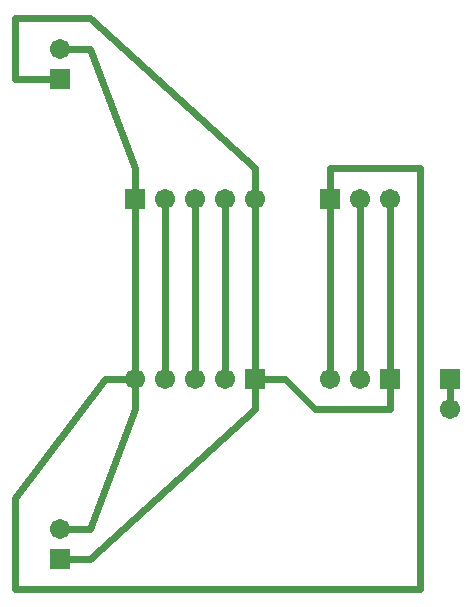
<source format=gtl>
G04 MADE WITH FRITZING*
G04 WWW.FRITZING.ORG*
G04 DOUBLE SIDED*
G04 HOLES PLATED*
G04 CONTOUR ON CENTER OF CONTOUR VECTOR*
%ASAXBY*%
%FSLAX23Y23*%
%MOIN*%
%OFA0B0*%
%SFA1.0B1.0*%
%ADD10C,0.067559*%
%ADD11R,0.067559X0.067559*%
%ADD12C,0.024000*%
%LNCOPPER1*%
G90*
G70*
G54D10*
X1544Y821D03*
X1544Y721D03*
X1144Y1421D03*
X1244Y1421D03*
X1344Y1421D03*
X1344Y821D03*
X1244Y821D03*
X1144Y821D03*
X244Y1821D03*
X244Y1921D03*
X244Y221D03*
X244Y321D03*
X894Y821D03*
X794Y821D03*
X694Y821D03*
X594Y821D03*
X494Y821D03*
X494Y1421D03*
X594Y1421D03*
X694Y1421D03*
X794Y1421D03*
X894Y1421D03*
G54D11*
X1544Y821D03*
X1144Y1421D03*
X1344Y821D03*
X244Y1821D03*
X244Y221D03*
X894Y821D03*
X494Y1421D03*
G54D12*
X345Y221D02*
X269Y221D01*
D02*
X994Y820D02*
X919Y821D01*
D02*
X1094Y721D02*
X994Y820D01*
D02*
X1345Y721D02*
X1094Y721D01*
D02*
X1345Y796D02*
X1345Y721D01*
D02*
X345Y1920D02*
X494Y1522D01*
D02*
X494Y1522D02*
X494Y1446D01*
D02*
X269Y1921D02*
X345Y1920D01*
D02*
X895Y796D02*
X895Y721D01*
D02*
X895Y721D02*
X345Y221D01*
D02*
X1344Y846D02*
X1344Y1396D01*
D02*
X1144Y1396D02*
X1144Y846D01*
D02*
X1544Y796D02*
X1544Y746D01*
D02*
X1244Y1396D02*
X1244Y846D01*
D02*
X1295Y1522D02*
X1445Y1522D01*
D02*
X395Y820D02*
X470Y821D01*
D02*
X1143Y1522D02*
X1295Y1522D01*
D02*
X1445Y1522D02*
X1445Y120D01*
D02*
X94Y422D02*
X395Y820D01*
D02*
X1144Y1446D02*
X1143Y1522D01*
D02*
X94Y120D02*
X94Y422D01*
D02*
X1445Y120D02*
X94Y120D01*
D02*
X895Y1522D02*
X345Y2022D01*
D02*
X345Y2022D02*
X94Y2022D01*
D02*
X94Y2022D02*
X94Y1821D01*
D02*
X94Y1821D02*
X220Y1821D01*
D02*
X895Y1446D02*
X895Y1522D01*
D02*
X345Y320D02*
X269Y321D01*
D02*
X494Y796D02*
X494Y721D01*
D02*
X494Y721D02*
X345Y320D01*
D02*
X594Y846D02*
X594Y1396D01*
D02*
X694Y1396D02*
X694Y846D01*
D02*
X794Y1396D02*
X794Y846D01*
D02*
X494Y846D02*
X494Y1396D01*
D02*
X894Y846D02*
X894Y1396D01*
G04 End of Copper1*
M02*
</source>
